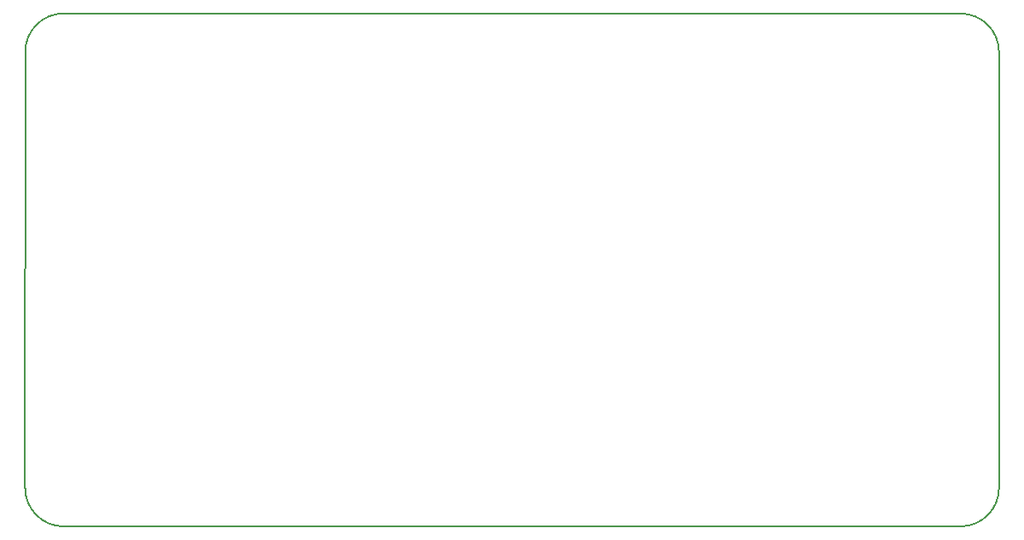
<source format=gm1>
G04 #@! TF.GenerationSoftware,KiCad,Pcbnew,(6.0.4)*
G04 #@! TF.CreationDate,2022-09-09T10:41:32-05:00*
G04 #@! TF.ProjectId,v2-PowerBook-BLUESCSI-dehij,76322d50-6f77-4657-9242-6f6f6b2d424c,rev?*
G04 #@! TF.SameCoordinates,Original*
G04 #@! TF.FileFunction,Profile,NP*
%FSLAX46Y46*%
G04 Gerber Fmt 4.6, Leading zero omitted, Abs format (unit mm)*
G04 Created by KiCad (PCBNEW (6.0.4)) date 2022-09-09 10:41:32*
%MOMM*%
%LPD*%
G01*
G04 APERTURE LIST*
G04 #@! TA.AperFunction,Profile*
%ADD10C,0.150000*%
G04 #@! TD*
G04 APERTURE END LIST*
D10*
X166405923Y-127100000D02*
X77400000Y-127100000D01*
X77410000Y-76190000D02*
X166400000Y-76200000D01*
X77410000Y-76190000D02*
G75*
G03*
X73600000Y-80000000I0J-3810000D01*
G01*
X73590000Y-123290000D02*
X73600000Y-80000000D01*
X170210000Y-80010000D02*
G75*
G03*
X166400000Y-76200000I-3810000J0D01*
G01*
X166405923Y-127100023D02*
G75*
G03*
X170215923Y-123290000I-23J3810023D01*
G01*
X170210000Y-80010000D02*
X170215923Y-123290000D01*
X73590000Y-123290000D02*
G75*
G03*
X77400000Y-127100000I3810000J0D01*
G01*
M02*

</source>
